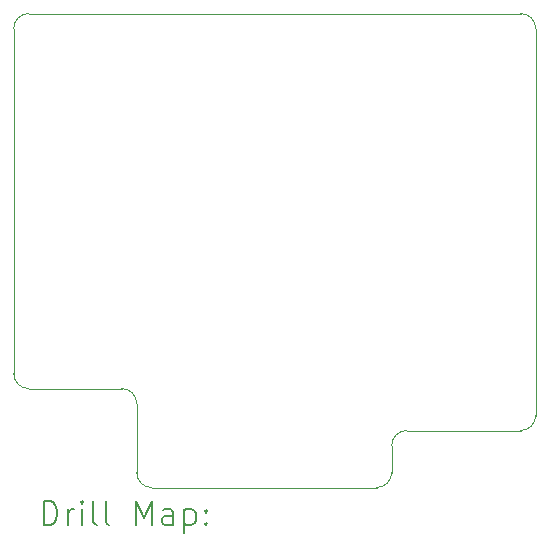
<source format=gbr>
%TF.GenerationSoftware,KiCad,Pcbnew,7.0.10+1*%
%TF.CreationDate,2024-02-10T16:35:26+08:00*%
%TF.ProjectId,ohmify-overdrive,6f686d69-6679-42d6-9f76-657264726976,v1.1*%
%TF.SameCoordinates,Original*%
%TF.FileFunction,Drillmap*%
%TF.FilePolarity,Positive*%
%FSLAX45Y45*%
G04 Gerber Fmt 4.5, Leading zero omitted, Abs format (unit mm)*
G04 Created by KiCad (PCBNEW 7.0.10+1) date 2024-02-10 16:35:26*
%MOMM*%
%LPD*%
G01*
G04 APERTURE LIST*
%ADD10C,0.100000*%
%ADD11C,0.200000*%
G04 APERTURE END LIST*
D10*
X16764000Y-13970000D02*
X16764000Y-13741400D01*
X14605000Y-13385800D02*
G75*
G03*
X14478000Y-13258800I-127000J0D01*
G01*
X13563600Y-13131800D02*
G75*
G03*
X13690600Y-13258800I127000J0D01*
G01*
X17983200Y-10210800D02*
X17983200Y-13487400D01*
X13690600Y-10083800D02*
X17856200Y-10083800D01*
X16891000Y-13614400D02*
X17856200Y-13614400D01*
X13690600Y-10083800D02*
G75*
G03*
X13563600Y-10210800I0J-127000D01*
G01*
X17856200Y-13614400D02*
G75*
G03*
X17983200Y-13487400I0J127000D01*
G01*
X17983200Y-10210800D02*
G75*
G03*
X17856200Y-10083800I-127000J0D01*
G01*
X16637000Y-14097000D02*
X14732000Y-14097000D01*
X13690600Y-13258800D02*
X14478000Y-13258800D01*
X16637000Y-14097000D02*
G75*
G03*
X16764000Y-13970000I0J127000D01*
G01*
X14605000Y-13970000D02*
G75*
G03*
X14732000Y-14097000I127000J0D01*
G01*
X13563600Y-13131800D02*
X13563600Y-10210800D01*
X14605000Y-13385800D02*
X14605000Y-13970000D01*
X16891000Y-13614400D02*
G75*
G03*
X16764000Y-13741400I0J-127000D01*
G01*
D11*
X13819377Y-14413484D02*
X13819377Y-14213484D01*
X13819377Y-14213484D02*
X13866996Y-14213484D01*
X13866996Y-14213484D02*
X13895567Y-14223008D01*
X13895567Y-14223008D02*
X13914615Y-14242055D01*
X13914615Y-14242055D02*
X13924139Y-14261103D01*
X13924139Y-14261103D02*
X13933662Y-14299198D01*
X13933662Y-14299198D02*
X13933662Y-14327769D01*
X13933662Y-14327769D02*
X13924139Y-14365865D01*
X13924139Y-14365865D02*
X13914615Y-14384912D01*
X13914615Y-14384912D02*
X13895567Y-14403960D01*
X13895567Y-14403960D02*
X13866996Y-14413484D01*
X13866996Y-14413484D02*
X13819377Y-14413484D01*
X14019377Y-14413484D02*
X14019377Y-14280150D01*
X14019377Y-14318246D02*
X14028901Y-14299198D01*
X14028901Y-14299198D02*
X14038424Y-14289674D01*
X14038424Y-14289674D02*
X14057472Y-14280150D01*
X14057472Y-14280150D02*
X14076520Y-14280150D01*
X14143186Y-14413484D02*
X14143186Y-14280150D01*
X14143186Y-14213484D02*
X14133662Y-14223008D01*
X14133662Y-14223008D02*
X14143186Y-14232531D01*
X14143186Y-14232531D02*
X14152710Y-14223008D01*
X14152710Y-14223008D02*
X14143186Y-14213484D01*
X14143186Y-14213484D02*
X14143186Y-14232531D01*
X14266996Y-14413484D02*
X14247948Y-14403960D01*
X14247948Y-14403960D02*
X14238424Y-14384912D01*
X14238424Y-14384912D02*
X14238424Y-14213484D01*
X14371758Y-14413484D02*
X14352710Y-14403960D01*
X14352710Y-14403960D02*
X14343186Y-14384912D01*
X14343186Y-14384912D02*
X14343186Y-14213484D01*
X14600329Y-14413484D02*
X14600329Y-14213484D01*
X14600329Y-14213484D02*
X14666996Y-14356341D01*
X14666996Y-14356341D02*
X14733662Y-14213484D01*
X14733662Y-14213484D02*
X14733662Y-14413484D01*
X14914615Y-14413484D02*
X14914615Y-14308722D01*
X14914615Y-14308722D02*
X14905091Y-14289674D01*
X14905091Y-14289674D02*
X14886043Y-14280150D01*
X14886043Y-14280150D02*
X14847948Y-14280150D01*
X14847948Y-14280150D02*
X14828901Y-14289674D01*
X14914615Y-14403960D02*
X14895567Y-14413484D01*
X14895567Y-14413484D02*
X14847948Y-14413484D01*
X14847948Y-14413484D02*
X14828901Y-14403960D01*
X14828901Y-14403960D02*
X14819377Y-14384912D01*
X14819377Y-14384912D02*
X14819377Y-14365865D01*
X14819377Y-14365865D02*
X14828901Y-14346817D01*
X14828901Y-14346817D02*
X14847948Y-14337293D01*
X14847948Y-14337293D02*
X14895567Y-14337293D01*
X14895567Y-14337293D02*
X14914615Y-14327769D01*
X15009853Y-14280150D02*
X15009853Y-14480150D01*
X15009853Y-14289674D02*
X15028901Y-14280150D01*
X15028901Y-14280150D02*
X15066996Y-14280150D01*
X15066996Y-14280150D02*
X15086043Y-14289674D01*
X15086043Y-14289674D02*
X15095567Y-14299198D01*
X15095567Y-14299198D02*
X15105091Y-14318246D01*
X15105091Y-14318246D02*
X15105091Y-14375388D01*
X15105091Y-14375388D02*
X15095567Y-14394436D01*
X15095567Y-14394436D02*
X15086043Y-14403960D01*
X15086043Y-14403960D02*
X15066996Y-14413484D01*
X15066996Y-14413484D02*
X15028901Y-14413484D01*
X15028901Y-14413484D02*
X15009853Y-14403960D01*
X15190805Y-14394436D02*
X15200329Y-14403960D01*
X15200329Y-14403960D02*
X15190805Y-14413484D01*
X15190805Y-14413484D02*
X15181282Y-14403960D01*
X15181282Y-14403960D02*
X15190805Y-14394436D01*
X15190805Y-14394436D02*
X15190805Y-14413484D01*
X15190805Y-14289674D02*
X15200329Y-14299198D01*
X15200329Y-14299198D02*
X15190805Y-14308722D01*
X15190805Y-14308722D02*
X15181282Y-14299198D01*
X15181282Y-14299198D02*
X15190805Y-14289674D01*
X15190805Y-14289674D02*
X15190805Y-14308722D01*
M02*

</source>
